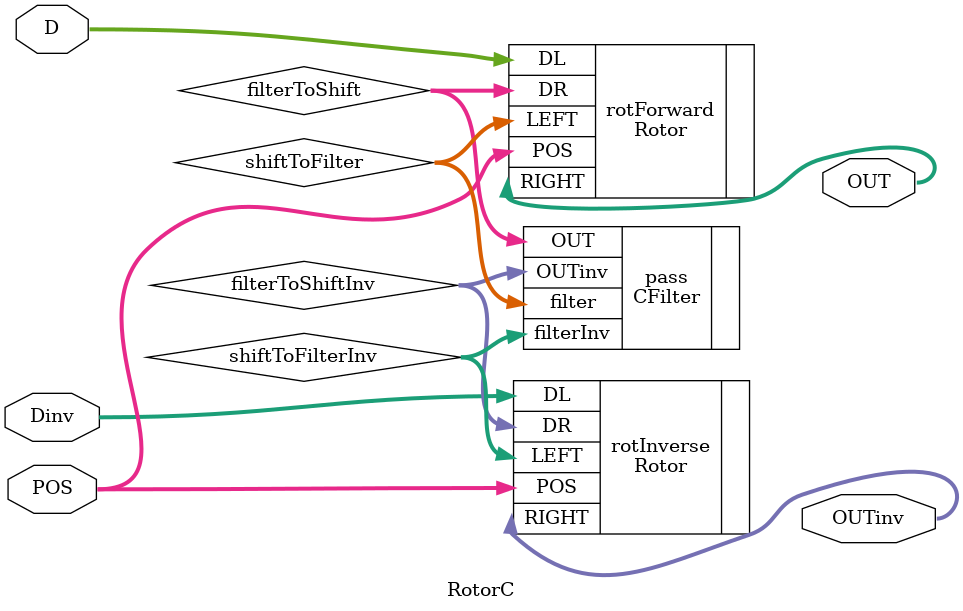
<source format=sv>
`timescale 1ns / 1ps


module RotorC (
    input [25:0] D,
    input [25:0] Dinv,
    output logic [25:0] OUT,
    output logic [25:0] OUTinv,
    input [4:0] POS
    );
    
    logic [25:0] shiftToFilter, filterToShift, shiftToFilterInv, filterToShiftInv;
       
    CFilter pass (.filter(shiftToFilter), .OUT(filterToShift), .filterInv(shiftToFilterInv), .OUTinv(filterToShiftInv));
    Rotor rotForward (.DR(filterToShift), .DL(D), .RIGHT(OUT), .LEFT(shiftToFilter), .POS(POS));
    Rotor rotInverse (.DR(filterToShiftInv), .DL(Dinv), .RIGHT(OUTinv), .LEFT(shiftToFilterInv), .POS(POS));

    
endmodule

</source>
